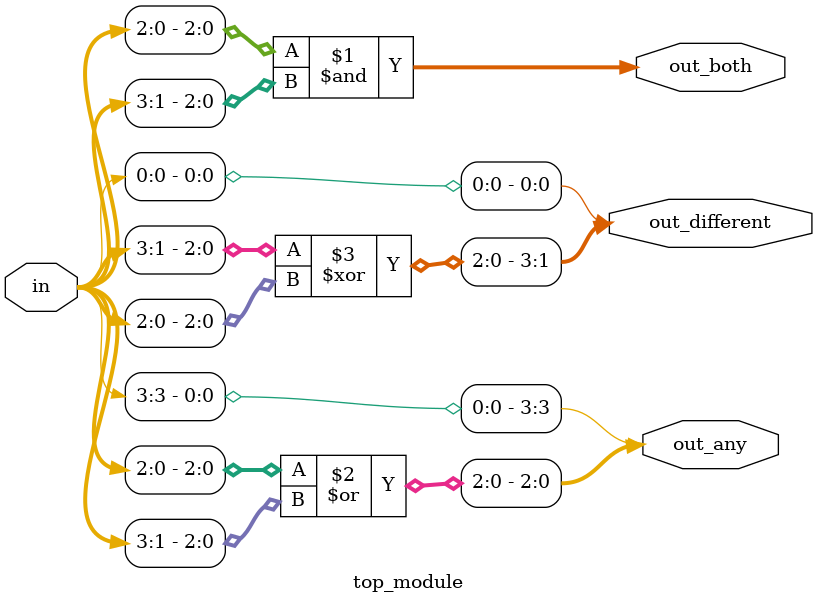
<source format=sv>
module top_module (
    input [3:0] in,
    output [2:0] out_both,
    output [3:0] out_any,
    output [3:0] out_different
);
    
    // Bitwise AND operation between in[2:0] and in[3:1] (3-bit result)
    assign out_both = in[2:0] & in[3:1];
    
    // Bitwise OR operation between in[2:0] and in[3:1] (4-bit result)
    assign out_any[2:0] = in[2:0] | in[3:1];
    assign out_any[3] = in[3];
    
    // Bitwise XOR operation between in and in[3:1] with in[0] being passed unchanged
    assign out_different[3:1] = in[3:1] ^ in[2:0];
    assign out_different[0] = in[0];
    
endmodule

</source>
